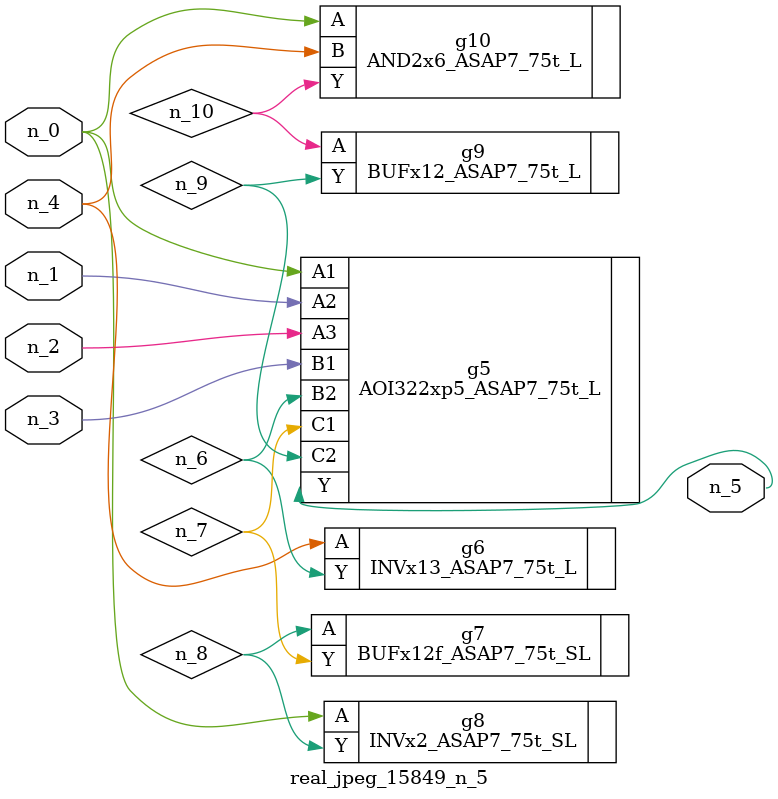
<source format=v>
module real_jpeg_15849_n_5 (n_4, n_0, n_1, n_2, n_3, n_5);

input n_4;
input n_0;
input n_1;
input n_2;
input n_3;

output n_5;

wire n_8;
wire n_6;
wire n_7;
wire n_10;
wire n_9;

AOI322xp5_ASAP7_75t_L g5 ( 
.A1(n_0),
.A2(n_1),
.A3(n_2),
.B1(n_3),
.B2(n_6),
.C1(n_7),
.C2(n_9),
.Y(n_5)
);

INVx2_ASAP7_75t_SL g8 ( 
.A(n_0),
.Y(n_8)
);

AND2x6_ASAP7_75t_L g10 ( 
.A(n_0),
.B(n_4),
.Y(n_10)
);

INVx13_ASAP7_75t_L g6 ( 
.A(n_4),
.Y(n_6)
);

BUFx12f_ASAP7_75t_SL g7 ( 
.A(n_8),
.Y(n_7)
);

BUFx12_ASAP7_75t_L g9 ( 
.A(n_10),
.Y(n_9)
);


endmodule
</source>
